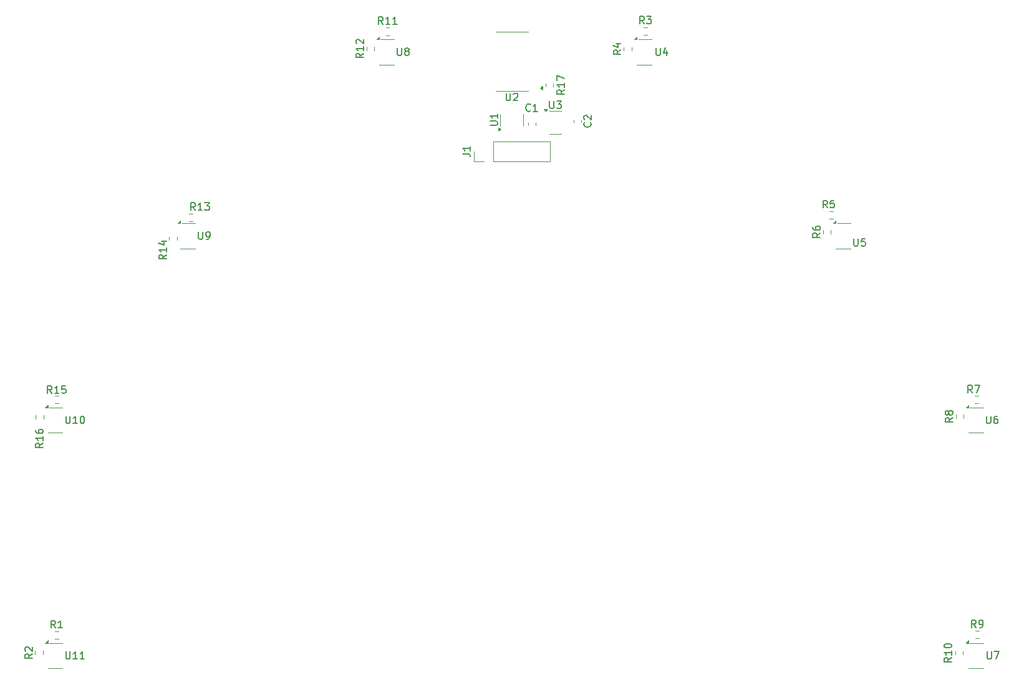
<source format=gbr>
%TF.GenerationSoftware,KiCad,Pcbnew,9.0.1*%
%TF.CreationDate,2025-05-06T09:48:22+02:00*%
%TF.ProjectId,lijnsensor V2,6c696a6e-7365-46e7-936f-722056322e6b,rev?*%
%TF.SameCoordinates,Original*%
%TF.FileFunction,Legend,Top*%
%TF.FilePolarity,Positive*%
%FSLAX46Y46*%
G04 Gerber Fmt 4.6, Leading zero omitted, Abs format (unit mm)*
G04 Created by KiCad (PCBNEW 9.0.1) date 2025-05-06 09:48:22*
%MOMM*%
%LPD*%
G01*
G04 APERTURE LIST*
%ADD10C,0.150000*%
%ADD11C,0.120000*%
G04 APERTURE END LIST*
D10*
X54354819Y-111142857D02*
X53878628Y-111476190D01*
X54354819Y-111714285D02*
X53354819Y-111714285D01*
X53354819Y-111714285D02*
X53354819Y-111333333D01*
X53354819Y-111333333D02*
X53402438Y-111238095D01*
X53402438Y-111238095D02*
X53450057Y-111190476D01*
X53450057Y-111190476D02*
X53545295Y-111142857D01*
X53545295Y-111142857D02*
X53688152Y-111142857D01*
X53688152Y-111142857D02*
X53783390Y-111190476D01*
X53783390Y-111190476D02*
X53831009Y-111238095D01*
X53831009Y-111238095D02*
X53878628Y-111333333D01*
X53878628Y-111333333D02*
X53878628Y-111714285D01*
X54354819Y-110190476D02*
X54354819Y-110761904D01*
X54354819Y-110476190D02*
X53354819Y-110476190D01*
X53354819Y-110476190D02*
X53497676Y-110571428D01*
X53497676Y-110571428D02*
X53592914Y-110666666D01*
X53592914Y-110666666D02*
X53640533Y-110761904D01*
X53354819Y-109333333D02*
X53354819Y-109523809D01*
X53354819Y-109523809D02*
X53402438Y-109619047D01*
X53402438Y-109619047D02*
X53450057Y-109666666D01*
X53450057Y-109666666D02*
X53592914Y-109761904D01*
X53592914Y-109761904D02*
X53783390Y-109809523D01*
X53783390Y-109809523D02*
X54164342Y-109809523D01*
X54164342Y-109809523D02*
X54259580Y-109761904D01*
X54259580Y-109761904D02*
X54307200Y-109714285D01*
X54307200Y-109714285D02*
X54354819Y-109619047D01*
X54354819Y-109619047D02*
X54354819Y-109428571D01*
X54354819Y-109428571D02*
X54307200Y-109333333D01*
X54307200Y-109333333D02*
X54259580Y-109285714D01*
X54259580Y-109285714D02*
X54164342Y-109238095D01*
X54164342Y-109238095D02*
X53926247Y-109238095D01*
X53926247Y-109238095D02*
X53831009Y-109285714D01*
X53831009Y-109285714D02*
X53783390Y-109333333D01*
X53783390Y-109333333D02*
X53735771Y-109428571D01*
X53735771Y-109428571D02*
X53735771Y-109619047D01*
X53735771Y-109619047D02*
X53783390Y-109714285D01*
X53783390Y-109714285D02*
X53831009Y-109761904D01*
X53831009Y-109761904D02*
X53926247Y-109809523D01*
X71079819Y-85537857D02*
X70603628Y-85871190D01*
X71079819Y-86109285D02*
X70079819Y-86109285D01*
X70079819Y-86109285D02*
X70079819Y-85728333D01*
X70079819Y-85728333D02*
X70127438Y-85633095D01*
X70127438Y-85633095D02*
X70175057Y-85585476D01*
X70175057Y-85585476D02*
X70270295Y-85537857D01*
X70270295Y-85537857D02*
X70413152Y-85537857D01*
X70413152Y-85537857D02*
X70508390Y-85585476D01*
X70508390Y-85585476D02*
X70556009Y-85633095D01*
X70556009Y-85633095D02*
X70603628Y-85728333D01*
X70603628Y-85728333D02*
X70603628Y-86109285D01*
X71079819Y-84585476D02*
X71079819Y-85156904D01*
X71079819Y-84871190D02*
X70079819Y-84871190D01*
X70079819Y-84871190D02*
X70222676Y-84966428D01*
X70222676Y-84966428D02*
X70317914Y-85061666D01*
X70317914Y-85061666D02*
X70365533Y-85156904D01*
X70413152Y-83728333D02*
X71079819Y-83728333D01*
X70032200Y-83966428D02*
X70746485Y-84204523D01*
X70746485Y-84204523D02*
X70746485Y-83585476D01*
X164438095Y-83354819D02*
X164438095Y-84164342D01*
X164438095Y-84164342D02*
X164485714Y-84259580D01*
X164485714Y-84259580D02*
X164533333Y-84307200D01*
X164533333Y-84307200D02*
X164628571Y-84354819D01*
X164628571Y-84354819D02*
X164819047Y-84354819D01*
X164819047Y-84354819D02*
X164914285Y-84307200D01*
X164914285Y-84307200D02*
X164961904Y-84259580D01*
X164961904Y-84259580D02*
X165009523Y-84164342D01*
X165009523Y-84164342D02*
X165009523Y-83354819D01*
X165961904Y-83354819D02*
X165485714Y-83354819D01*
X165485714Y-83354819D02*
X165438095Y-83831009D01*
X165438095Y-83831009D02*
X165485714Y-83783390D01*
X165485714Y-83783390D02*
X165580952Y-83735771D01*
X165580952Y-83735771D02*
X165819047Y-83735771D01*
X165819047Y-83735771D02*
X165914285Y-83783390D01*
X165914285Y-83783390D02*
X165961904Y-83831009D01*
X165961904Y-83831009D02*
X166009523Y-83926247D01*
X166009523Y-83926247D02*
X166009523Y-84164342D01*
X166009523Y-84164342D02*
X165961904Y-84259580D01*
X165961904Y-84259580D02*
X165914285Y-84307200D01*
X165914285Y-84307200D02*
X165819047Y-84354819D01*
X165819047Y-84354819D02*
X165580952Y-84354819D01*
X165580952Y-84354819D02*
X165485714Y-84307200D01*
X165485714Y-84307200D02*
X165438095Y-84259580D01*
X137588095Y-57454819D02*
X137588095Y-58264342D01*
X137588095Y-58264342D02*
X137635714Y-58359580D01*
X137635714Y-58359580D02*
X137683333Y-58407200D01*
X137683333Y-58407200D02*
X137778571Y-58454819D01*
X137778571Y-58454819D02*
X137969047Y-58454819D01*
X137969047Y-58454819D02*
X138064285Y-58407200D01*
X138064285Y-58407200D02*
X138111904Y-58359580D01*
X138111904Y-58359580D02*
X138159523Y-58264342D01*
X138159523Y-58264342D02*
X138159523Y-57454819D01*
X139064285Y-57788152D02*
X139064285Y-58454819D01*
X138826190Y-57407200D02*
X138588095Y-58121485D01*
X138588095Y-58121485D02*
X139207142Y-58121485D01*
X75463095Y-82454819D02*
X75463095Y-83264342D01*
X75463095Y-83264342D02*
X75510714Y-83359580D01*
X75510714Y-83359580D02*
X75558333Y-83407200D01*
X75558333Y-83407200D02*
X75653571Y-83454819D01*
X75653571Y-83454819D02*
X75844047Y-83454819D01*
X75844047Y-83454819D02*
X75939285Y-83407200D01*
X75939285Y-83407200D02*
X75986904Y-83359580D01*
X75986904Y-83359580D02*
X76034523Y-83264342D01*
X76034523Y-83264342D02*
X76034523Y-82454819D01*
X76558333Y-83454819D02*
X76748809Y-83454819D01*
X76748809Y-83454819D02*
X76844047Y-83407200D01*
X76844047Y-83407200D02*
X76891666Y-83359580D01*
X76891666Y-83359580D02*
X76986904Y-83216723D01*
X76986904Y-83216723D02*
X77034523Y-83026247D01*
X77034523Y-83026247D02*
X77034523Y-82645295D01*
X77034523Y-82645295D02*
X76986904Y-82550057D01*
X76986904Y-82550057D02*
X76939285Y-82502438D01*
X76939285Y-82502438D02*
X76844047Y-82454819D01*
X76844047Y-82454819D02*
X76653571Y-82454819D01*
X76653571Y-82454819D02*
X76558333Y-82502438D01*
X76558333Y-82502438D02*
X76510714Y-82550057D01*
X76510714Y-82550057D02*
X76463095Y-82645295D01*
X76463095Y-82645295D02*
X76463095Y-82883390D01*
X76463095Y-82883390D02*
X76510714Y-82978628D01*
X76510714Y-82978628D02*
X76558333Y-83026247D01*
X76558333Y-83026247D02*
X76653571Y-83073866D01*
X76653571Y-83073866D02*
X76844047Y-83073866D01*
X76844047Y-83073866D02*
X76939285Y-83026247D01*
X76939285Y-83026247D02*
X76986904Y-82978628D01*
X76986904Y-82978628D02*
X77034523Y-82883390D01*
X182438095Y-107454819D02*
X182438095Y-108264342D01*
X182438095Y-108264342D02*
X182485714Y-108359580D01*
X182485714Y-108359580D02*
X182533333Y-108407200D01*
X182533333Y-108407200D02*
X182628571Y-108454819D01*
X182628571Y-108454819D02*
X182819047Y-108454819D01*
X182819047Y-108454819D02*
X182914285Y-108407200D01*
X182914285Y-108407200D02*
X182961904Y-108359580D01*
X182961904Y-108359580D02*
X183009523Y-108264342D01*
X183009523Y-108264342D02*
X183009523Y-107454819D01*
X183914285Y-107454819D02*
X183723809Y-107454819D01*
X183723809Y-107454819D02*
X183628571Y-107502438D01*
X183628571Y-107502438D02*
X183580952Y-107550057D01*
X183580952Y-107550057D02*
X183485714Y-107692914D01*
X183485714Y-107692914D02*
X183438095Y-107883390D01*
X183438095Y-107883390D02*
X183438095Y-108264342D01*
X183438095Y-108264342D02*
X183485714Y-108359580D01*
X183485714Y-108359580D02*
X183533333Y-108407200D01*
X183533333Y-108407200D02*
X183628571Y-108454819D01*
X183628571Y-108454819D02*
X183819047Y-108454819D01*
X183819047Y-108454819D02*
X183914285Y-108407200D01*
X183914285Y-108407200D02*
X183961904Y-108359580D01*
X183961904Y-108359580D02*
X184009523Y-108264342D01*
X184009523Y-108264342D02*
X184009523Y-108026247D01*
X184009523Y-108026247D02*
X183961904Y-107931009D01*
X183961904Y-107931009D02*
X183914285Y-107883390D01*
X183914285Y-107883390D02*
X183819047Y-107835771D01*
X183819047Y-107835771D02*
X183628571Y-107835771D01*
X183628571Y-107835771D02*
X183533333Y-107883390D01*
X183533333Y-107883390D02*
X183485714Y-107931009D01*
X183485714Y-107931009D02*
X183438095Y-108026247D01*
X182538095Y-139454819D02*
X182538095Y-140264342D01*
X182538095Y-140264342D02*
X182585714Y-140359580D01*
X182585714Y-140359580D02*
X182633333Y-140407200D01*
X182633333Y-140407200D02*
X182728571Y-140454819D01*
X182728571Y-140454819D02*
X182919047Y-140454819D01*
X182919047Y-140454819D02*
X183014285Y-140407200D01*
X183014285Y-140407200D02*
X183061904Y-140359580D01*
X183061904Y-140359580D02*
X183109523Y-140264342D01*
X183109523Y-140264342D02*
X183109523Y-139454819D01*
X183490476Y-139454819D02*
X184157142Y-139454819D01*
X184157142Y-139454819D02*
X183728571Y-140454819D01*
X177864819Y-107666666D02*
X177388628Y-107999999D01*
X177864819Y-108238094D02*
X176864819Y-108238094D01*
X176864819Y-108238094D02*
X176864819Y-107857142D01*
X176864819Y-107857142D02*
X176912438Y-107761904D01*
X176912438Y-107761904D02*
X176960057Y-107714285D01*
X176960057Y-107714285D02*
X177055295Y-107666666D01*
X177055295Y-107666666D02*
X177198152Y-107666666D01*
X177198152Y-107666666D02*
X177293390Y-107714285D01*
X177293390Y-107714285D02*
X177341009Y-107761904D01*
X177341009Y-107761904D02*
X177388628Y-107857142D01*
X177388628Y-107857142D02*
X177388628Y-108238094D01*
X177293390Y-107095237D02*
X177245771Y-107190475D01*
X177245771Y-107190475D02*
X177198152Y-107238094D01*
X177198152Y-107238094D02*
X177102914Y-107285713D01*
X177102914Y-107285713D02*
X177055295Y-107285713D01*
X177055295Y-107285713D02*
X176960057Y-107238094D01*
X176960057Y-107238094D02*
X176912438Y-107190475D01*
X176912438Y-107190475D02*
X176864819Y-107095237D01*
X176864819Y-107095237D02*
X176864819Y-106904761D01*
X176864819Y-106904761D02*
X176912438Y-106809523D01*
X176912438Y-106809523D02*
X176960057Y-106761904D01*
X176960057Y-106761904D02*
X177055295Y-106714285D01*
X177055295Y-106714285D02*
X177102914Y-106714285D01*
X177102914Y-106714285D02*
X177198152Y-106761904D01*
X177198152Y-106761904D02*
X177245771Y-106809523D01*
X177245771Y-106809523D02*
X177293390Y-106904761D01*
X177293390Y-106904761D02*
X177293390Y-107095237D01*
X177293390Y-107095237D02*
X177341009Y-107190475D01*
X177341009Y-107190475D02*
X177388628Y-107238094D01*
X177388628Y-107238094D02*
X177483866Y-107285713D01*
X177483866Y-107285713D02*
X177674342Y-107285713D01*
X177674342Y-107285713D02*
X177769580Y-107238094D01*
X177769580Y-107238094D02*
X177817200Y-107190475D01*
X177817200Y-107190475D02*
X177864819Y-107095237D01*
X177864819Y-107095237D02*
X177864819Y-106904761D01*
X177864819Y-106904761D02*
X177817200Y-106809523D01*
X177817200Y-106809523D02*
X177769580Y-106761904D01*
X177769580Y-106761904D02*
X177674342Y-106714285D01*
X177674342Y-106714285D02*
X177483866Y-106714285D01*
X177483866Y-106714285D02*
X177388628Y-106761904D01*
X177388628Y-106761904D02*
X177341009Y-106809523D01*
X177341009Y-106809523D02*
X177293390Y-106904761D01*
X128689580Y-67566666D02*
X128737200Y-67614285D01*
X128737200Y-67614285D02*
X128784819Y-67757142D01*
X128784819Y-67757142D02*
X128784819Y-67852380D01*
X128784819Y-67852380D02*
X128737200Y-67995237D01*
X128737200Y-67995237D02*
X128641961Y-68090475D01*
X128641961Y-68090475D02*
X128546723Y-68138094D01*
X128546723Y-68138094D02*
X128356247Y-68185713D01*
X128356247Y-68185713D02*
X128213390Y-68185713D01*
X128213390Y-68185713D02*
X128022914Y-68138094D01*
X128022914Y-68138094D02*
X127927676Y-68090475D01*
X127927676Y-68090475D02*
X127832438Y-67995237D01*
X127832438Y-67995237D02*
X127784819Y-67852380D01*
X127784819Y-67852380D02*
X127784819Y-67757142D01*
X127784819Y-67757142D02*
X127832438Y-67614285D01*
X127832438Y-67614285D02*
X127880057Y-67566666D01*
X127880057Y-67185713D02*
X127832438Y-67138094D01*
X127832438Y-67138094D02*
X127784819Y-67042856D01*
X127784819Y-67042856D02*
X127784819Y-66804761D01*
X127784819Y-66804761D02*
X127832438Y-66709523D01*
X127832438Y-66709523D02*
X127880057Y-66661904D01*
X127880057Y-66661904D02*
X127975295Y-66614285D01*
X127975295Y-66614285D02*
X128070533Y-66614285D01*
X128070533Y-66614285D02*
X128213390Y-66661904D01*
X128213390Y-66661904D02*
X128784819Y-67233332D01*
X128784819Y-67233332D02*
X128784819Y-66614285D01*
X111324819Y-71833333D02*
X112039104Y-71833333D01*
X112039104Y-71833333D02*
X112181961Y-71880952D01*
X112181961Y-71880952D02*
X112277200Y-71976190D01*
X112277200Y-71976190D02*
X112324819Y-72119047D01*
X112324819Y-72119047D02*
X112324819Y-72214285D01*
X112324819Y-70833333D02*
X112324819Y-71404761D01*
X112324819Y-71119047D02*
X111324819Y-71119047D01*
X111324819Y-71119047D02*
X111467676Y-71214285D01*
X111467676Y-71214285D02*
X111562914Y-71309523D01*
X111562914Y-71309523D02*
X111610533Y-71404761D01*
X57461905Y-107454819D02*
X57461905Y-108264342D01*
X57461905Y-108264342D02*
X57509524Y-108359580D01*
X57509524Y-108359580D02*
X57557143Y-108407200D01*
X57557143Y-108407200D02*
X57652381Y-108454819D01*
X57652381Y-108454819D02*
X57842857Y-108454819D01*
X57842857Y-108454819D02*
X57938095Y-108407200D01*
X57938095Y-108407200D02*
X57985714Y-108359580D01*
X57985714Y-108359580D02*
X58033333Y-108264342D01*
X58033333Y-108264342D02*
X58033333Y-107454819D01*
X59033333Y-108454819D02*
X58461905Y-108454819D01*
X58747619Y-108454819D02*
X58747619Y-107454819D01*
X58747619Y-107454819D02*
X58652381Y-107597676D01*
X58652381Y-107597676D02*
X58557143Y-107692914D01*
X58557143Y-107692914D02*
X58461905Y-107740533D01*
X59652381Y-107454819D02*
X59747619Y-107454819D01*
X59747619Y-107454819D02*
X59842857Y-107502438D01*
X59842857Y-107502438D02*
X59890476Y-107550057D01*
X59890476Y-107550057D02*
X59938095Y-107645295D01*
X59938095Y-107645295D02*
X59985714Y-107835771D01*
X59985714Y-107835771D02*
X59985714Y-108073866D01*
X59985714Y-108073866D02*
X59938095Y-108264342D01*
X59938095Y-108264342D02*
X59890476Y-108359580D01*
X59890476Y-108359580D02*
X59842857Y-108407200D01*
X59842857Y-108407200D02*
X59747619Y-108454819D01*
X59747619Y-108454819D02*
X59652381Y-108454819D01*
X59652381Y-108454819D02*
X59557143Y-108407200D01*
X59557143Y-108407200D02*
X59509524Y-108359580D01*
X59509524Y-108359580D02*
X59461905Y-108264342D01*
X59461905Y-108264342D02*
X59414286Y-108073866D01*
X59414286Y-108073866D02*
X59414286Y-107835771D01*
X59414286Y-107835771D02*
X59461905Y-107645295D01*
X59461905Y-107645295D02*
X59509524Y-107550057D01*
X59509524Y-107550057D02*
X59557143Y-107502438D01*
X59557143Y-107502438D02*
X59652381Y-107454819D01*
X52901819Y-139766666D02*
X52425628Y-140099999D01*
X52901819Y-140338094D02*
X51901819Y-140338094D01*
X51901819Y-140338094D02*
X51901819Y-139957142D01*
X51901819Y-139957142D02*
X51949438Y-139861904D01*
X51949438Y-139861904D02*
X51997057Y-139814285D01*
X51997057Y-139814285D02*
X52092295Y-139766666D01*
X52092295Y-139766666D02*
X52235152Y-139766666D01*
X52235152Y-139766666D02*
X52330390Y-139814285D01*
X52330390Y-139814285D02*
X52378009Y-139861904D01*
X52378009Y-139861904D02*
X52425628Y-139957142D01*
X52425628Y-139957142D02*
X52425628Y-140338094D01*
X51997057Y-139385713D02*
X51949438Y-139338094D01*
X51949438Y-139338094D02*
X51901819Y-139242856D01*
X51901819Y-139242856D02*
X51901819Y-139004761D01*
X51901819Y-139004761D02*
X51949438Y-138909523D01*
X51949438Y-138909523D02*
X51997057Y-138861904D01*
X51997057Y-138861904D02*
X52092295Y-138814285D01*
X52092295Y-138814285D02*
X52187533Y-138814285D01*
X52187533Y-138814285D02*
X52330390Y-138861904D01*
X52330390Y-138861904D02*
X52901819Y-139433332D01*
X52901819Y-139433332D02*
X52901819Y-138814285D01*
X123138095Y-64654819D02*
X123138095Y-65464342D01*
X123138095Y-65464342D02*
X123185714Y-65559580D01*
X123185714Y-65559580D02*
X123233333Y-65607200D01*
X123233333Y-65607200D02*
X123328571Y-65654819D01*
X123328571Y-65654819D02*
X123519047Y-65654819D01*
X123519047Y-65654819D02*
X123614285Y-65607200D01*
X123614285Y-65607200D02*
X123661904Y-65559580D01*
X123661904Y-65559580D02*
X123709523Y-65464342D01*
X123709523Y-65464342D02*
X123709523Y-64654819D01*
X124090476Y-64654819D02*
X124709523Y-64654819D01*
X124709523Y-64654819D02*
X124376190Y-65035771D01*
X124376190Y-65035771D02*
X124519047Y-65035771D01*
X124519047Y-65035771D02*
X124614285Y-65083390D01*
X124614285Y-65083390D02*
X124661904Y-65131009D01*
X124661904Y-65131009D02*
X124709523Y-65226247D01*
X124709523Y-65226247D02*
X124709523Y-65464342D01*
X124709523Y-65464342D02*
X124661904Y-65559580D01*
X124661904Y-65559580D02*
X124614285Y-65607200D01*
X124614285Y-65607200D02*
X124519047Y-65654819D01*
X124519047Y-65654819D02*
X124233333Y-65654819D01*
X124233333Y-65654819D02*
X124138095Y-65607200D01*
X124138095Y-65607200D02*
X124090476Y-65559580D01*
X55557142Y-104354819D02*
X55223809Y-103878628D01*
X54985714Y-104354819D02*
X54985714Y-103354819D01*
X54985714Y-103354819D02*
X55366666Y-103354819D01*
X55366666Y-103354819D02*
X55461904Y-103402438D01*
X55461904Y-103402438D02*
X55509523Y-103450057D01*
X55509523Y-103450057D02*
X55557142Y-103545295D01*
X55557142Y-103545295D02*
X55557142Y-103688152D01*
X55557142Y-103688152D02*
X55509523Y-103783390D01*
X55509523Y-103783390D02*
X55461904Y-103831009D01*
X55461904Y-103831009D02*
X55366666Y-103878628D01*
X55366666Y-103878628D02*
X54985714Y-103878628D01*
X56509523Y-104354819D02*
X55938095Y-104354819D01*
X56223809Y-104354819D02*
X56223809Y-103354819D01*
X56223809Y-103354819D02*
X56128571Y-103497676D01*
X56128571Y-103497676D02*
X56033333Y-103592914D01*
X56033333Y-103592914D02*
X55938095Y-103640533D01*
X57414285Y-103354819D02*
X56938095Y-103354819D01*
X56938095Y-103354819D02*
X56890476Y-103831009D01*
X56890476Y-103831009D02*
X56938095Y-103783390D01*
X56938095Y-103783390D02*
X57033333Y-103735771D01*
X57033333Y-103735771D02*
X57271428Y-103735771D01*
X57271428Y-103735771D02*
X57366666Y-103783390D01*
X57366666Y-103783390D02*
X57414285Y-103831009D01*
X57414285Y-103831009D02*
X57461904Y-103926247D01*
X57461904Y-103926247D02*
X57461904Y-104164342D01*
X57461904Y-104164342D02*
X57414285Y-104259580D01*
X57414285Y-104259580D02*
X57366666Y-104307200D01*
X57366666Y-104307200D02*
X57271428Y-104354819D01*
X57271428Y-104354819D02*
X57033333Y-104354819D01*
X57033333Y-104354819D02*
X56938095Y-104307200D01*
X56938095Y-104307200D02*
X56890476Y-104259580D01*
X56033333Y-136224819D02*
X55700000Y-135748628D01*
X55461905Y-136224819D02*
X55461905Y-135224819D01*
X55461905Y-135224819D02*
X55842857Y-135224819D01*
X55842857Y-135224819D02*
X55938095Y-135272438D01*
X55938095Y-135272438D02*
X55985714Y-135320057D01*
X55985714Y-135320057D02*
X56033333Y-135415295D01*
X56033333Y-135415295D02*
X56033333Y-135558152D01*
X56033333Y-135558152D02*
X55985714Y-135653390D01*
X55985714Y-135653390D02*
X55938095Y-135701009D01*
X55938095Y-135701009D02*
X55842857Y-135748628D01*
X55842857Y-135748628D02*
X55461905Y-135748628D01*
X56985714Y-136224819D02*
X56414286Y-136224819D01*
X56700000Y-136224819D02*
X56700000Y-135224819D01*
X56700000Y-135224819D02*
X56604762Y-135367676D01*
X56604762Y-135367676D02*
X56509524Y-135462914D01*
X56509524Y-135462914D02*
X56414286Y-135510533D01*
X75037142Y-79494819D02*
X74703809Y-79018628D01*
X74465714Y-79494819D02*
X74465714Y-78494819D01*
X74465714Y-78494819D02*
X74846666Y-78494819D01*
X74846666Y-78494819D02*
X74941904Y-78542438D01*
X74941904Y-78542438D02*
X74989523Y-78590057D01*
X74989523Y-78590057D02*
X75037142Y-78685295D01*
X75037142Y-78685295D02*
X75037142Y-78828152D01*
X75037142Y-78828152D02*
X74989523Y-78923390D01*
X74989523Y-78923390D02*
X74941904Y-78971009D01*
X74941904Y-78971009D02*
X74846666Y-79018628D01*
X74846666Y-79018628D02*
X74465714Y-79018628D01*
X75989523Y-79494819D02*
X75418095Y-79494819D01*
X75703809Y-79494819D02*
X75703809Y-78494819D01*
X75703809Y-78494819D02*
X75608571Y-78637676D01*
X75608571Y-78637676D02*
X75513333Y-78732914D01*
X75513333Y-78732914D02*
X75418095Y-78780533D01*
X76322857Y-78494819D02*
X76941904Y-78494819D01*
X76941904Y-78494819D02*
X76608571Y-78875771D01*
X76608571Y-78875771D02*
X76751428Y-78875771D01*
X76751428Y-78875771D02*
X76846666Y-78923390D01*
X76846666Y-78923390D02*
X76894285Y-78971009D01*
X76894285Y-78971009D02*
X76941904Y-79066247D01*
X76941904Y-79066247D02*
X76941904Y-79304342D01*
X76941904Y-79304342D02*
X76894285Y-79399580D01*
X76894285Y-79399580D02*
X76846666Y-79447200D01*
X76846666Y-79447200D02*
X76751428Y-79494819D01*
X76751428Y-79494819D02*
X76465714Y-79494819D01*
X76465714Y-79494819D02*
X76370476Y-79447200D01*
X76370476Y-79447200D02*
X76322857Y-79399580D01*
X115054819Y-67961904D02*
X115864342Y-67961904D01*
X115864342Y-67961904D02*
X115959580Y-67914285D01*
X115959580Y-67914285D02*
X116007200Y-67866666D01*
X116007200Y-67866666D02*
X116054819Y-67771428D01*
X116054819Y-67771428D02*
X116054819Y-67580952D01*
X116054819Y-67580952D02*
X116007200Y-67485714D01*
X116007200Y-67485714D02*
X115959580Y-67438095D01*
X115959580Y-67438095D02*
X115864342Y-67390476D01*
X115864342Y-67390476D02*
X115054819Y-67390476D01*
X116054819Y-66390476D02*
X116054819Y-66961904D01*
X116054819Y-66676190D02*
X115054819Y-66676190D01*
X115054819Y-66676190D02*
X115197676Y-66771428D01*
X115197676Y-66771428D02*
X115292914Y-66866666D01*
X115292914Y-66866666D02*
X115340533Y-66961904D01*
X181020333Y-136174819D02*
X180687000Y-135698628D01*
X180448905Y-136174819D02*
X180448905Y-135174819D01*
X180448905Y-135174819D02*
X180829857Y-135174819D01*
X180829857Y-135174819D02*
X180925095Y-135222438D01*
X180925095Y-135222438D02*
X180972714Y-135270057D01*
X180972714Y-135270057D02*
X181020333Y-135365295D01*
X181020333Y-135365295D02*
X181020333Y-135508152D01*
X181020333Y-135508152D02*
X180972714Y-135603390D01*
X180972714Y-135603390D02*
X180925095Y-135651009D01*
X180925095Y-135651009D02*
X180829857Y-135698628D01*
X180829857Y-135698628D02*
X180448905Y-135698628D01*
X181496524Y-136174819D02*
X181687000Y-136174819D01*
X181687000Y-136174819D02*
X181782238Y-136127200D01*
X181782238Y-136127200D02*
X181829857Y-136079580D01*
X181829857Y-136079580D02*
X181925095Y-135936723D01*
X181925095Y-135936723D02*
X181972714Y-135746247D01*
X181972714Y-135746247D02*
X181972714Y-135365295D01*
X181972714Y-135365295D02*
X181925095Y-135270057D01*
X181925095Y-135270057D02*
X181877476Y-135222438D01*
X181877476Y-135222438D02*
X181782238Y-135174819D01*
X181782238Y-135174819D02*
X181591762Y-135174819D01*
X181591762Y-135174819D02*
X181496524Y-135222438D01*
X181496524Y-135222438D02*
X181448905Y-135270057D01*
X181448905Y-135270057D02*
X181401286Y-135365295D01*
X181401286Y-135365295D02*
X181401286Y-135603390D01*
X181401286Y-135603390D02*
X181448905Y-135698628D01*
X181448905Y-135698628D02*
X181496524Y-135746247D01*
X181496524Y-135746247D02*
X181591762Y-135793866D01*
X181591762Y-135793866D02*
X181782238Y-135793866D01*
X181782238Y-135793866D02*
X181877476Y-135746247D01*
X181877476Y-135746247D02*
X181925095Y-135698628D01*
X181925095Y-135698628D02*
X181972714Y-135603390D01*
X125154819Y-63142857D02*
X124678628Y-63476190D01*
X125154819Y-63714285D02*
X124154819Y-63714285D01*
X124154819Y-63714285D02*
X124154819Y-63333333D01*
X124154819Y-63333333D02*
X124202438Y-63238095D01*
X124202438Y-63238095D02*
X124250057Y-63190476D01*
X124250057Y-63190476D02*
X124345295Y-63142857D01*
X124345295Y-63142857D02*
X124488152Y-63142857D01*
X124488152Y-63142857D02*
X124583390Y-63190476D01*
X124583390Y-63190476D02*
X124631009Y-63238095D01*
X124631009Y-63238095D02*
X124678628Y-63333333D01*
X124678628Y-63333333D02*
X124678628Y-63714285D01*
X125154819Y-62190476D02*
X125154819Y-62761904D01*
X125154819Y-62476190D02*
X124154819Y-62476190D01*
X124154819Y-62476190D02*
X124297676Y-62571428D01*
X124297676Y-62571428D02*
X124392914Y-62666666D01*
X124392914Y-62666666D02*
X124440533Y-62761904D01*
X124154819Y-61857142D02*
X124154819Y-61190476D01*
X124154819Y-61190476D02*
X125154819Y-61619047D01*
X120533333Y-65959580D02*
X120485714Y-66007200D01*
X120485714Y-66007200D02*
X120342857Y-66054819D01*
X120342857Y-66054819D02*
X120247619Y-66054819D01*
X120247619Y-66054819D02*
X120104762Y-66007200D01*
X120104762Y-66007200D02*
X120009524Y-65911961D01*
X120009524Y-65911961D02*
X119961905Y-65816723D01*
X119961905Y-65816723D02*
X119914286Y-65626247D01*
X119914286Y-65626247D02*
X119914286Y-65483390D01*
X119914286Y-65483390D02*
X119961905Y-65292914D01*
X119961905Y-65292914D02*
X120009524Y-65197676D01*
X120009524Y-65197676D02*
X120104762Y-65102438D01*
X120104762Y-65102438D02*
X120247619Y-65054819D01*
X120247619Y-65054819D02*
X120342857Y-65054819D01*
X120342857Y-65054819D02*
X120485714Y-65102438D01*
X120485714Y-65102438D02*
X120533333Y-65150057D01*
X121485714Y-66054819D02*
X120914286Y-66054819D01*
X121200000Y-66054819D02*
X121200000Y-65054819D01*
X121200000Y-65054819D02*
X121104762Y-65197676D01*
X121104762Y-65197676D02*
X121009524Y-65292914D01*
X121009524Y-65292914D02*
X120914286Y-65340533D01*
X132792819Y-57741666D02*
X132316628Y-58074999D01*
X132792819Y-58313094D02*
X131792819Y-58313094D01*
X131792819Y-58313094D02*
X131792819Y-57932142D01*
X131792819Y-57932142D02*
X131840438Y-57836904D01*
X131840438Y-57836904D02*
X131888057Y-57789285D01*
X131888057Y-57789285D02*
X131983295Y-57741666D01*
X131983295Y-57741666D02*
X132126152Y-57741666D01*
X132126152Y-57741666D02*
X132221390Y-57789285D01*
X132221390Y-57789285D02*
X132269009Y-57836904D01*
X132269009Y-57836904D02*
X132316628Y-57932142D01*
X132316628Y-57932142D02*
X132316628Y-58313094D01*
X132126152Y-56884523D02*
X132792819Y-56884523D01*
X131745200Y-57122618D02*
X132459485Y-57360713D01*
X132459485Y-57360713D02*
X132459485Y-56741666D01*
X102463095Y-57454819D02*
X102463095Y-58264342D01*
X102463095Y-58264342D02*
X102510714Y-58359580D01*
X102510714Y-58359580D02*
X102558333Y-58407200D01*
X102558333Y-58407200D02*
X102653571Y-58454819D01*
X102653571Y-58454819D02*
X102844047Y-58454819D01*
X102844047Y-58454819D02*
X102939285Y-58407200D01*
X102939285Y-58407200D02*
X102986904Y-58359580D01*
X102986904Y-58359580D02*
X103034523Y-58264342D01*
X103034523Y-58264342D02*
X103034523Y-57454819D01*
X103653571Y-57883390D02*
X103558333Y-57835771D01*
X103558333Y-57835771D02*
X103510714Y-57788152D01*
X103510714Y-57788152D02*
X103463095Y-57692914D01*
X103463095Y-57692914D02*
X103463095Y-57645295D01*
X103463095Y-57645295D02*
X103510714Y-57550057D01*
X103510714Y-57550057D02*
X103558333Y-57502438D01*
X103558333Y-57502438D02*
X103653571Y-57454819D01*
X103653571Y-57454819D02*
X103844047Y-57454819D01*
X103844047Y-57454819D02*
X103939285Y-57502438D01*
X103939285Y-57502438D02*
X103986904Y-57550057D01*
X103986904Y-57550057D02*
X104034523Y-57645295D01*
X104034523Y-57645295D02*
X104034523Y-57692914D01*
X104034523Y-57692914D02*
X103986904Y-57788152D01*
X103986904Y-57788152D02*
X103939285Y-57835771D01*
X103939285Y-57835771D02*
X103844047Y-57883390D01*
X103844047Y-57883390D02*
X103653571Y-57883390D01*
X103653571Y-57883390D02*
X103558333Y-57931009D01*
X103558333Y-57931009D02*
X103510714Y-57978628D01*
X103510714Y-57978628D02*
X103463095Y-58073866D01*
X103463095Y-58073866D02*
X103463095Y-58264342D01*
X103463095Y-58264342D02*
X103510714Y-58359580D01*
X103510714Y-58359580D02*
X103558333Y-58407200D01*
X103558333Y-58407200D02*
X103653571Y-58454819D01*
X103653571Y-58454819D02*
X103844047Y-58454819D01*
X103844047Y-58454819D02*
X103939285Y-58407200D01*
X103939285Y-58407200D02*
X103986904Y-58359580D01*
X103986904Y-58359580D02*
X104034523Y-58264342D01*
X104034523Y-58264342D02*
X104034523Y-58073866D01*
X104034523Y-58073866D02*
X103986904Y-57978628D01*
X103986904Y-57978628D02*
X103939285Y-57931009D01*
X103939285Y-57931009D02*
X103844047Y-57883390D01*
X57461905Y-139454819D02*
X57461905Y-140264342D01*
X57461905Y-140264342D02*
X57509524Y-140359580D01*
X57509524Y-140359580D02*
X57557143Y-140407200D01*
X57557143Y-140407200D02*
X57652381Y-140454819D01*
X57652381Y-140454819D02*
X57842857Y-140454819D01*
X57842857Y-140454819D02*
X57938095Y-140407200D01*
X57938095Y-140407200D02*
X57985714Y-140359580D01*
X57985714Y-140359580D02*
X58033333Y-140264342D01*
X58033333Y-140264342D02*
X58033333Y-139454819D01*
X59033333Y-140454819D02*
X58461905Y-140454819D01*
X58747619Y-140454819D02*
X58747619Y-139454819D01*
X58747619Y-139454819D02*
X58652381Y-139597676D01*
X58652381Y-139597676D02*
X58557143Y-139692914D01*
X58557143Y-139692914D02*
X58461905Y-139740533D01*
X59985714Y-140454819D02*
X59414286Y-140454819D01*
X59700000Y-140454819D02*
X59700000Y-139454819D01*
X59700000Y-139454819D02*
X59604762Y-139597676D01*
X59604762Y-139597676D02*
X59509524Y-139692914D01*
X59509524Y-139692914D02*
X59414286Y-139740533D01*
X177691819Y-140267857D02*
X177215628Y-140601190D01*
X177691819Y-140839285D02*
X176691819Y-140839285D01*
X176691819Y-140839285D02*
X176691819Y-140458333D01*
X176691819Y-140458333D02*
X176739438Y-140363095D01*
X176739438Y-140363095D02*
X176787057Y-140315476D01*
X176787057Y-140315476D02*
X176882295Y-140267857D01*
X176882295Y-140267857D02*
X177025152Y-140267857D01*
X177025152Y-140267857D02*
X177120390Y-140315476D01*
X177120390Y-140315476D02*
X177168009Y-140363095D01*
X177168009Y-140363095D02*
X177215628Y-140458333D01*
X177215628Y-140458333D02*
X177215628Y-140839285D01*
X177691819Y-139315476D02*
X177691819Y-139886904D01*
X177691819Y-139601190D02*
X176691819Y-139601190D01*
X176691819Y-139601190D02*
X176834676Y-139696428D01*
X176834676Y-139696428D02*
X176929914Y-139791666D01*
X176929914Y-139791666D02*
X176977533Y-139886904D01*
X176691819Y-138696428D02*
X176691819Y-138601190D01*
X176691819Y-138601190D02*
X176739438Y-138505952D01*
X176739438Y-138505952D02*
X176787057Y-138458333D01*
X176787057Y-138458333D02*
X176882295Y-138410714D01*
X176882295Y-138410714D02*
X177072771Y-138363095D01*
X177072771Y-138363095D02*
X177310866Y-138363095D01*
X177310866Y-138363095D02*
X177501342Y-138410714D01*
X177501342Y-138410714D02*
X177596580Y-138458333D01*
X177596580Y-138458333D02*
X177644200Y-138505952D01*
X177644200Y-138505952D02*
X177691819Y-138601190D01*
X177691819Y-138601190D02*
X177691819Y-138696428D01*
X177691819Y-138696428D02*
X177644200Y-138791666D01*
X177644200Y-138791666D02*
X177596580Y-138839285D01*
X177596580Y-138839285D02*
X177501342Y-138886904D01*
X177501342Y-138886904D02*
X177310866Y-138934523D01*
X177310866Y-138934523D02*
X177072771Y-138934523D01*
X177072771Y-138934523D02*
X176882295Y-138886904D01*
X176882295Y-138886904D02*
X176787057Y-138839285D01*
X176787057Y-138839285D02*
X176739438Y-138791666D01*
X176739438Y-138791666D02*
X176691819Y-138696428D01*
X180523333Y-104304819D02*
X180190000Y-103828628D01*
X179951905Y-104304819D02*
X179951905Y-103304819D01*
X179951905Y-103304819D02*
X180332857Y-103304819D01*
X180332857Y-103304819D02*
X180428095Y-103352438D01*
X180428095Y-103352438D02*
X180475714Y-103400057D01*
X180475714Y-103400057D02*
X180523333Y-103495295D01*
X180523333Y-103495295D02*
X180523333Y-103638152D01*
X180523333Y-103638152D02*
X180475714Y-103733390D01*
X180475714Y-103733390D02*
X180428095Y-103781009D01*
X180428095Y-103781009D02*
X180332857Y-103828628D01*
X180332857Y-103828628D02*
X179951905Y-103828628D01*
X180856667Y-103304819D02*
X181523333Y-103304819D01*
X181523333Y-103304819D02*
X181094762Y-104304819D01*
X100507142Y-54224819D02*
X100173809Y-53748628D01*
X99935714Y-54224819D02*
X99935714Y-53224819D01*
X99935714Y-53224819D02*
X100316666Y-53224819D01*
X100316666Y-53224819D02*
X100411904Y-53272438D01*
X100411904Y-53272438D02*
X100459523Y-53320057D01*
X100459523Y-53320057D02*
X100507142Y-53415295D01*
X100507142Y-53415295D02*
X100507142Y-53558152D01*
X100507142Y-53558152D02*
X100459523Y-53653390D01*
X100459523Y-53653390D02*
X100411904Y-53701009D01*
X100411904Y-53701009D02*
X100316666Y-53748628D01*
X100316666Y-53748628D02*
X99935714Y-53748628D01*
X101459523Y-54224819D02*
X100888095Y-54224819D01*
X101173809Y-54224819D02*
X101173809Y-53224819D01*
X101173809Y-53224819D02*
X101078571Y-53367676D01*
X101078571Y-53367676D02*
X100983333Y-53462914D01*
X100983333Y-53462914D02*
X100888095Y-53510533D01*
X102411904Y-54224819D02*
X101840476Y-54224819D01*
X102126190Y-54224819D02*
X102126190Y-53224819D01*
X102126190Y-53224819D02*
X102030952Y-53367676D01*
X102030952Y-53367676D02*
X101935714Y-53462914D01*
X101935714Y-53462914D02*
X101840476Y-53510533D01*
X160833333Y-79174819D02*
X160500000Y-78698628D01*
X160261905Y-79174819D02*
X160261905Y-78174819D01*
X160261905Y-78174819D02*
X160642857Y-78174819D01*
X160642857Y-78174819D02*
X160738095Y-78222438D01*
X160738095Y-78222438D02*
X160785714Y-78270057D01*
X160785714Y-78270057D02*
X160833333Y-78365295D01*
X160833333Y-78365295D02*
X160833333Y-78508152D01*
X160833333Y-78508152D02*
X160785714Y-78603390D01*
X160785714Y-78603390D02*
X160738095Y-78651009D01*
X160738095Y-78651009D02*
X160642857Y-78698628D01*
X160642857Y-78698628D02*
X160261905Y-78698628D01*
X161738095Y-78174819D02*
X161261905Y-78174819D01*
X161261905Y-78174819D02*
X161214286Y-78651009D01*
X161214286Y-78651009D02*
X161261905Y-78603390D01*
X161261905Y-78603390D02*
X161357143Y-78555771D01*
X161357143Y-78555771D02*
X161595238Y-78555771D01*
X161595238Y-78555771D02*
X161690476Y-78603390D01*
X161690476Y-78603390D02*
X161738095Y-78651009D01*
X161738095Y-78651009D02*
X161785714Y-78746247D01*
X161785714Y-78746247D02*
X161785714Y-78984342D01*
X161785714Y-78984342D02*
X161738095Y-79079580D01*
X161738095Y-79079580D02*
X161690476Y-79127200D01*
X161690476Y-79127200D02*
X161595238Y-79174819D01*
X161595238Y-79174819D02*
X161357143Y-79174819D01*
X161357143Y-79174819D02*
X161261905Y-79127200D01*
X161261905Y-79127200D02*
X161214286Y-79079580D01*
X159866819Y-82591666D02*
X159390628Y-82924999D01*
X159866819Y-83163094D02*
X158866819Y-83163094D01*
X158866819Y-83163094D02*
X158866819Y-82782142D01*
X158866819Y-82782142D02*
X158914438Y-82686904D01*
X158914438Y-82686904D02*
X158962057Y-82639285D01*
X158962057Y-82639285D02*
X159057295Y-82591666D01*
X159057295Y-82591666D02*
X159200152Y-82591666D01*
X159200152Y-82591666D02*
X159295390Y-82639285D01*
X159295390Y-82639285D02*
X159343009Y-82686904D01*
X159343009Y-82686904D02*
X159390628Y-82782142D01*
X159390628Y-82782142D02*
X159390628Y-83163094D01*
X158866819Y-81734523D02*
X158866819Y-81924999D01*
X158866819Y-81924999D02*
X158914438Y-82020237D01*
X158914438Y-82020237D02*
X158962057Y-82067856D01*
X158962057Y-82067856D02*
X159104914Y-82163094D01*
X159104914Y-82163094D02*
X159295390Y-82210713D01*
X159295390Y-82210713D02*
X159676342Y-82210713D01*
X159676342Y-82210713D02*
X159771580Y-82163094D01*
X159771580Y-82163094D02*
X159819200Y-82115475D01*
X159819200Y-82115475D02*
X159866819Y-82020237D01*
X159866819Y-82020237D02*
X159866819Y-81829761D01*
X159866819Y-81829761D02*
X159819200Y-81734523D01*
X159819200Y-81734523D02*
X159771580Y-81686904D01*
X159771580Y-81686904D02*
X159676342Y-81639285D01*
X159676342Y-81639285D02*
X159438247Y-81639285D01*
X159438247Y-81639285D02*
X159343009Y-81686904D01*
X159343009Y-81686904D02*
X159295390Y-81734523D01*
X159295390Y-81734523D02*
X159247771Y-81829761D01*
X159247771Y-81829761D02*
X159247771Y-82020237D01*
X159247771Y-82020237D02*
X159295390Y-82115475D01*
X159295390Y-82115475D02*
X159343009Y-82163094D01*
X159343009Y-82163094D02*
X159438247Y-82210713D01*
X135983333Y-54174819D02*
X135650000Y-53698628D01*
X135411905Y-54174819D02*
X135411905Y-53174819D01*
X135411905Y-53174819D02*
X135792857Y-53174819D01*
X135792857Y-53174819D02*
X135888095Y-53222438D01*
X135888095Y-53222438D02*
X135935714Y-53270057D01*
X135935714Y-53270057D02*
X135983333Y-53365295D01*
X135983333Y-53365295D02*
X135983333Y-53508152D01*
X135983333Y-53508152D02*
X135935714Y-53603390D01*
X135935714Y-53603390D02*
X135888095Y-53651009D01*
X135888095Y-53651009D02*
X135792857Y-53698628D01*
X135792857Y-53698628D02*
X135411905Y-53698628D01*
X136316667Y-53174819D02*
X136935714Y-53174819D01*
X136935714Y-53174819D02*
X136602381Y-53555771D01*
X136602381Y-53555771D02*
X136745238Y-53555771D01*
X136745238Y-53555771D02*
X136840476Y-53603390D01*
X136840476Y-53603390D02*
X136888095Y-53651009D01*
X136888095Y-53651009D02*
X136935714Y-53746247D01*
X136935714Y-53746247D02*
X136935714Y-53984342D01*
X136935714Y-53984342D02*
X136888095Y-54079580D01*
X136888095Y-54079580D02*
X136840476Y-54127200D01*
X136840476Y-54127200D02*
X136745238Y-54174819D01*
X136745238Y-54174819D02*
X136459524Y-54174819D01*
X136459524Y-54174819D02*
X136364286Y-54127200D01*
X136364286Y-54127200D02*
X136316667Y-54079580D01*
X97842819Y-58192857D02*
X97366628Y-58526190D01*
X97842819Y-58764285D02*
X96842819Y-58764285D01*
X96842819Y-58764285D02*
X96842819Y-58383333D01*
X96842819Y-58383333D02*
X96890438Y-58288095D01*
X96890438Y-58288095D02*
X96938057Y-58240476D01*
X96938057Y-58240476D02*
X97033295Y-58192857D01*
X97033295Y-58192857D02*
X97176152Y-58192857D01*
X97176152Y-58192857D02*
X97271390Y-58240476D01*
X97271390Y-58240476D02*
X97319009Y-58288095D01*
X97319009Y-58288095D02*
X97366628Y-58383333D01*
X97366628Y-58383333D02*
X97366628Y-58764285D01*
X97842819Y-57240476D02*
X97842819Y-57811904D01*
X97842819Y-57526190D02*
X96842819Y-57526190D01*
X96842819Y-57526190D02*
X96985676Y-57621428D01*
X96985676Y-57621428D02*
X97080914Y-57716666D01*
X97080914Y-57716666D02*
X97128533Y-57811904D01*
X96938057Y-56859523D02*
X96890438Y-56811904D01*
X96890438Y-56811904D02*
X96842819Y-56716666D01*
X96842819Y-56716666D02*
X96842819Y-56478571D01*
X96842819Y-56478571D02*
X96890438Y-56383333D01*
X96890438Y-56383333D02*
X96938057Y-56335714D01*
X96938057Y-56335714D02*
X97033295Y-56288095D01*
X97033295Y-56288095D02*
X97128533Y-56288095D01*
X97128533Y-56288095D02*
X97271390Y-56335714D01*
X97271390Y-56335714D02*
X97842819Y-56907142D01*
X97842819Y-56907142D02*
X97842819Y-56288095D01*
X117238095Y-63604819D02*
X117238095Y-64414342D01*
X117238095Y-64414342D02*
X117285714Y-64509580D01*
X117285714Y-64509580D02*
X117333333Y-64557200D01*
X117333333Y-64557200D02*
X117428571Y-64604819D01*
X117428571Y-64604819D02*
X117619047Y-64604819D01*
X117619047Y-64604819D02*
X117714285Y-64557200D01*
X117714285Y-64557200D02*
X117761904Y-64509580D01*
X117761904Y-64509580D02*
X117809523Y-64414342D01*
X117809523Y-64414342D02*
X117809523Y-63604819D01*
X118238095Y-63700057D02*
X118285714Y-63652438D01*
X118285714Y-63652438D02*
X118380952Y-63604819D01*
X118380952Y-63604819D02*
X118619047Y-63604819D01*
X118619047Y-63604819D02*
X118714285Y-63652438D01*
X118714285Y-63652438D02*
X118761904Y-63700057D01*
X118761904Y-63700057D02*
X118809523Y-63795295D01*
X118809523Y-63795295D02*
X118809523Y-63890533D01*
X118809523Y-63890533D02*
X118761904Y-64033390D01*
X118761904Y-64033390D02*
X118190476Y-64604819D01*
X118190476Y-64604819D02*
X118809523Y-64604819D01*
D11*
%TO.C,R16*%
X53377500Y-107362742D02*
X53377500Y-107837258D01*
X54422500Y-107362742D02*
X54422500Y-107837258D01*
%TO.C,R14*%
X71502500Y-83077742D02*
X71502500Y-83552258D01*
X72547500Y-83077742D02*
X72547500Y-83552258D01*
%TO.C,U5*%
X162000000Y-84710000D02*
X164000000Y-84710000D01*
X162200000Y-81290000D02*
X164000000Y-81290000D01*
X162000000Y-81290000D02*
X161640000Y-81290000D01*
X162000000Y-80930000D01*
X162000000Y-81290000D01*
G36*
X162000000Y-81290000D02*
G01*
X161640000Y-81290000D01*
X162000000Y-80930000D01*
X162000000Y-81290000D01*
G37*
%TO.C,U4*%
X135000000Y-59710000D02*
X137000000Y-59710000D01*
X135200000Y-56290000D02*
X137000000Y-56290000D01*
X135000000Y-56290000D02*
X134640000Y-56290000D01*
X135000000Y-55930000D01*
X135000000Y-56290000D01*
G36*
X135000000Y-56290000D02*
G01*
X134640000Y-56290000D01*
X135000000Y-55930000D01*
X135000000Y-56290000D01*
G37*
%TO.C,U9*%
X73000000Y-84710000D02*
X75000000Y-84710000D01*
X73200000Y-81290000D02*
X75000000Y-81290000D01*
X73000000Y-81290000D02*
X72640000Y-81290000D01*
X73000000Y-80930000D01*
X73000000Y-81290000D01*
G36*
X73000000Y-81290000D02*
G01*
X72640000Y-81290000D01*
X73000000Y-80930000D01*
X73000000Y-81290000D01*
G37*
%TO.C,U6*%
X180000000Y-109710000D02*
X182000000Y-109710000D01*
X180200000Y-106290000D02*
X182000000Y-106290000D01*
X180000000Y-106290000D02*
X179640000Y-106290000D01*
X180000000Y-105930000D01*
X180000000Y-106290000D01*
G36*
X180000000Y-106290000D02*
G01*
X179640000Y-106290000D01*
X180000000Y-105930000D01*
X180000000Y-106290000D01*
G37*
%TO.C,U7*%
X180000000Y-141710000D02*
X182000000Y-141710000D01*
X180200000Y-138290000D02*
X182000000Y-138290000D01*
X180000000Y-138290000D02*
X179640000Y-138290000D01*
X180000000Y-137930000D01*
X180000000Y-138290000D01*
G36*
X180000000Y-138290000D02*
G01*
X179640000Y-138290000D01*
X180000000Y-137930000D01*
X180000000Y-138290000D01*
G37*
%TO.C,R8*%
X178277500Y-107262742D02*
X178277500Y-107737258D01*
X179322500Y-107262742D02*
X179322500Y-107737258D01*
%TO.C,C2*%
X126390000Y-67259420D02*
X126390000Y-67540580D01*
X127410000Y-67259420D02*
X127410000Y-67540580D01*
%TO.C,J1*%
X112870000Y-72830000D02*
X112870000Y-71500000D01*
X114200000Y-72830000D02*
X112870000Y-72830000D01*
X115470000Y-70170000D02*
X123150000Y-70170000D01*
X115470000Y-72830000D02*
X115470000Y-70170000D01*
X115470000Y-72830000D02*
X123150000Y-72830000D01*
X123150000Y-72830000D02*
X123150000Y-70170000D01*
%TO.C,U10*%
X55000000Y-109710000D02*
X57000000Y-109710000D01*
X55200000Y-106290000D02*
X57000000Y-106290000D01*
X55000000Y-106290000D02*
X54640000Y-106290000D01*
X55000000Y-105930000D01*
X55000000Y-106290000D01*
G36*
X55000000Y-106290000D02*
G01*
X54640000Y-106290000D01*
X55000000Y-105930000D01*
X55000000Y-106290000D01*
G37*
%TO.C,R2*%
X53277500Y-139362742D02*
X53277500Y-139837258D01*
X54322500Y-139362742D02*
X54322500Y-139837258D01*
%TO.C,U3*%
X123900000Y-66040000D02*
X123100000Y-66040000D01*
X123900000Y-66040000D02*
X124700000Y-66040000D01*
X123900000Y-69160000D02*
X123100000Y-69160000D01*
X123900000Y-69160000D02*
X124700000Y-69160000D01*
X122600000Y-66090000D02*
X122360000Y-65760000D01*
X122840000Y-65760000D01*
X122600000Y-66090000D01*
G36*
X122600000Y-66090000D02*
G01*
X122360000Y-65760000D01*
X122840000Y-65760000D01*
X122600000Y-66090000D01*
G37*
%TO.C,R15*%
X55962742Y-104677500D02*
X56437258Y-104677500D01*
X55962742Y-105722500D02*
X56437258Y-105722500D01*
%TO.C,R1*%
X55962742Y-136677500D02*
X56437258Y-136677500D01*
X55962742Y-137722500D02*
X56437258Y-137722500D01*
%TO.C,R13*%
X74192742Y-79947500D02*
X74667258Y-79947500D01*
X74192742Y-80992500D02*
X74667258Y-80992500D01*
%TO.C,U1*%
X116440000Y-67200000D02*
X116440000Y-66400000D01*
X116440000Y-67200000D02*
X116440000Y-68000000D01*
X119560000Y-67200000D02*
X119560000Y-66400000D01*
X119560000Y-67200000D02*
X119560000Y-68000000D01*
X116490000Y-68500000D02*
X116160000Y-68740000D01*
X116160000Y-68260000D01*
X116490000Y-68500000D01*
G36*
X116490000Y-68500000D02*
G01*
X116160000Y-68740000D01*
X116160000Y-68260000D01*
X116490000Y-68500000D01*
G37*
%TO.C,R9*%
X180949742Y-136627500D02*
X181424258Y-136627500D01*
X180949742Y-137672500D02*
X181424258Y-137672500D01*
%TO.C,R17*%
X122577500Y-62737258D02*
X122577500Y-62262742D01*
X123622500Y-62737258D02*
X123622500Y-62262742D01*
%TO.C,C1*%
X120190000Y-67659420D02*
X120190000Y-67940580D01*
X121210000Y-67659420D02*
X121210000Y-67940580D01*
%TO.C,R4*%
X133215500Y-57337742D02*
X133215500Y-57812258D01*
X134260500Y-57337742D02*
X134260500Y-57812258D01*
%TO.C,U8*%
X100000000Y-59710000D02*
X102000000Y-59710000D01*
X100200000Y-56290000D02*
X102000000Y-56290000D01*
X100000000Y-56290000D02*
X99640000Y-56290000D01*
X100000000Y-55930000D01*
X100000000Y-56290000D01*
G36*
X100000000Y-56290000D02*
G01*
X99640000Y-56290000D01*
X100000000Y-55930000D01*
X100000000Y-56290000D01*
G37*
%TO.C,U11*%
X55000000Y-141710000D02*
X57000000Y-141710000D01*
X55200000Y-138290000D02*
X57000000Y-138290000D01*
X55000000Y-138290000D02*
X54640000Y-138290000D01*
X55000000Y-137930000D01*
X55000000Y-138290000D01*
G36*
X55000000Y-138290000D02*
G01*
X54640000Y-138290000D01*
X55000000Y-137930000D01*
X55000000Y-138290000D01*
G37*
%TO.C,R10*%
X178214500Y-139387742D02*
X178214500Y-139862258D01*
X179259500Y-139387742D02*
X179259500Y-139862258D01*
%TO.C,R7*%
X180862742Y-104677500D02*
X181337258Y-104677500D01*
X180862742Y-105722500D02*
X181337258Y-105722500D01*
%TO.C,R11*%
X100912742Y-54677500D02*
X101387258Y-54677500D01*
X100912742Y-55722500D02*
X101387258Y-55722500D01*
%TO.C,R5*%
X161162742Y-79627500D02*
X161637258Y-79627500D01*
X161162742Y-80672500D02*
X161637258Y-80672500D01*
%TO.C,R6*%
X160277500Y-82187742D02*
X160277500Y-82662258D01*
X161322500Y-82187742D02*
X161322500Y-82662258D01*
%TO.C,R3*%
X135912742Y-54627500D02*
X136387258Y-54627500D01*
X135912742Y-55672500D02*
X136387258Y-55672500D01*
%TO.C,R12*%
X98277500Y-57312742D02*
X98277500Y-57787258D01*
X99322500Y-57312742D02*
X99322500Y-57787258D01*
%TO.C,U2*%
X118000000Y-55265000D02*
X115800000Y-55265000D01*
X118000000Y-55265000D02*
X120200000Y-55265000D01*
X118000000Y-63335000D02*
X115800000Y-63335000D01*
X118000000Y-63335000D02*
X120200000Y-63335000D01*
X122190000Y-63115000D02*
X121860000Y-62875000D01*
X122190000Y-62635000D01*
X122190000Y-63115000D01*
G36*
X122190000Y-63115000D02*
G01*
X121860000Y-62875000D01*
X122190000Y-62635000D01*
X122190000Y-63115000D01*
G37*
%TD*%
M02*

</source>
